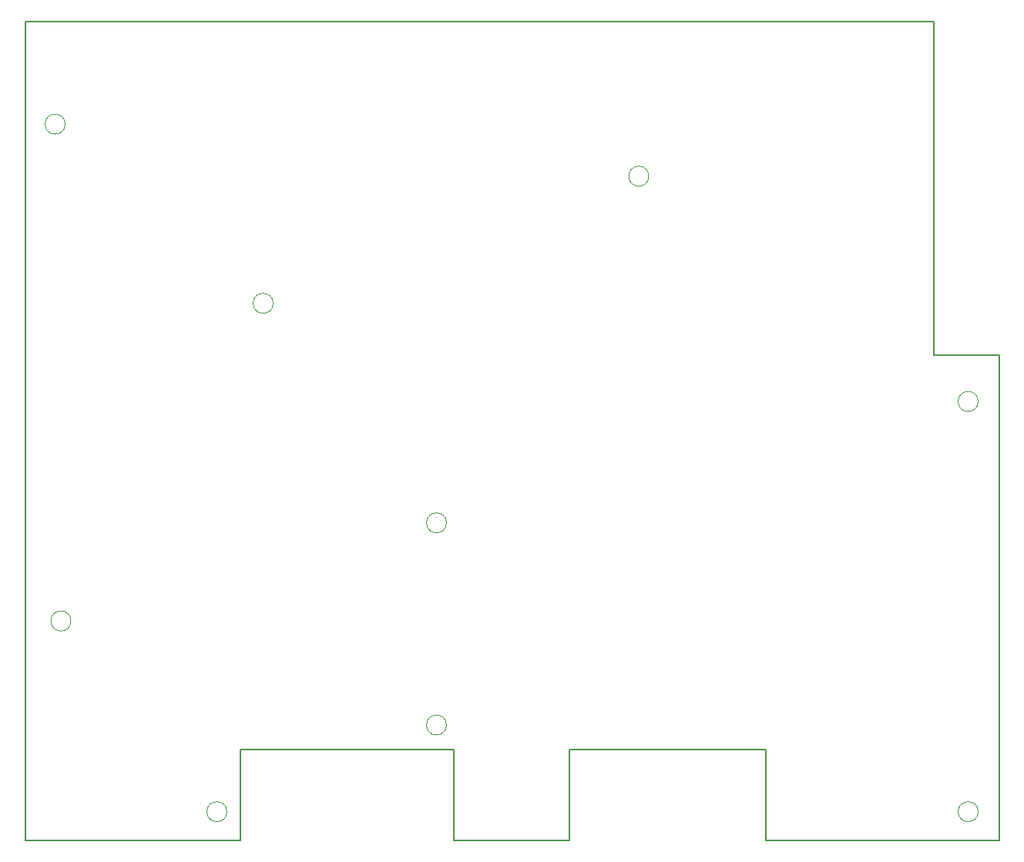
<source format=gm1>
G04 #@! TF.GenerationSoftware,KiCad,Pcbnew,(5.1.6)-1*
G04 #@! TF.CreationDate,2021-06-16T15:57:26+02:00*
G04 #@! TF.ProjectId,wall-sensor-of-room-temperature,77616c6c-2d73-4656-9e73-6f722d6f662d,rev?*
G04 #@! TF.SameCoordinates,Original*
G04 #@! TF.FileFunction,Profile,NP*
%FSLAX46Y46*%
G04 Gerber Fmt 4.6, Leading zero omitted, Abs format (unit mm)*
G04 Created by KiCad (PCBNEW (5.1.6)-1) date 2021-06-16 15:57:26*
%MOMM*%
%LPD*%
G01*
G04 APERTURE LIST*
G04 #@! TA.AperFunction,Profile*
%ADD10C,0.050000*%
G04 #@! TD*
G04 #@! TA.AperFunction,Profile*
%ADD11C,0.200000*%
G04 #@! TD*
G04 APERTURE END LIST*
D10*
X84285000Y-146050000D02*
G75*
G03*
X84285000Y-146050000I-1100000J0D01*
G01*
X142705000Y-110490000D02*
G75*
G03*
X142705000Y-110490000I-1100000J0D01*
G01*
X142705000Y-155575000D02*
G75*
G03*
X142705000Y-155575000I-1100000J0D01*
G01*
X42375000Y-80010000D02*
G75*
G03*
X42375000Y-80010000I-1100000J0D01*
G01*
X106510000Y-85725000D02*
G75*
G03*
X106510000Y-85725000I-1100000J0D01*
G01*
X65235000Y-99695000D02*
G75*
G03*
X65235000Y-99695000I-1100000J0D01*
G01*
X43010000Y-134620000D02*
G75*
G03*
X43010000Y-134620000I-1100000J0D01*
G01*
X84285000Y-123825000D02*
G75*
G03*
X84285000Y-123825000I-1100000J0D01*
G01*
X60155000Y-155575000D02*
G75*
G03*
X60155000Y-155575000I-1100000J0D01*
G01*
D11*
X61595000Y-158750000D02*
X61595000Y-148720000D01*
X119380000Y-158750000D02*
X119380000Y-148720000D01*
X145000000Y-158750000D02*
X119380000Y-158750000D01*
X145000000Y-158750000D02*
X145000000Y-148720000D01*
X38000000Y-158750000D02*
X61595000Y-158750000D01*
X97790000Y-148720000D02*
X119380000Y-148720000D01*
X97790000Y-158750000D02*
X97790000Y-148720000D01*
X97790000Y-158750000D02*
X85090000Y-158750000D01*
X85090000Y-158750000D02*
X85090000Y-148720000D01*
X137795000Y-105410000D02*
X137795000Y-68720000D01*
X145000000Y-105410000D02*
X137795000Y-105410000D01*
X38000000Y-68720000D02*
X137795000Y-68720000D01*
X61595000Y-148720000D02*
X85090000Y-148720000D01*
X145000000Y-105410000D02*
X145000000Y-148720000D01*
X38000000Y-68720000D02*
X38000000Y-158750000D01*
M02*

</source>
